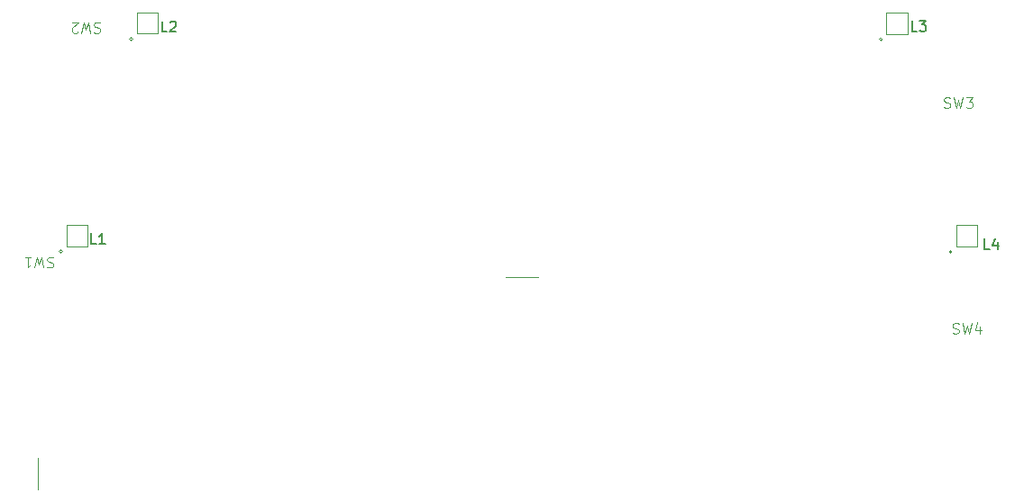
<source format=gbr>
%TF.GenerationSoftware,KiCad,Pcbnew,8.0.2*%
%TF.CreationDate,2024-11-29T16:24:00-08:00*%
%TF.ProjectId,procon_trigger_pcb,70726f63-6f6e-45f7-9472-69676765725f,rev?*%
%TF.SameCoordinates,Original*%
%TF.FileFunction,Legend,Top*%
%TF.FilePolarity,Positive*%
%FSLAX46Y46*%
G04 Gerber Fmt 4.6, Leading zero omitted, Abs format (unit mm)*
G04 Created by KiCad (PCBNEW 8.0.2) date 2024-11-29 16:24:00*
%MOMM*%
%LPD*%
G01*
G04 APERTURE LIST*
%ADD10C,0.120000*%
%ADD11C,0.150000*%
%ADD12C,0.100000*%
G04 APERTURE END LIST*
D10*
X182620000Y-157810000D02*
X182620000Y-160810000D01*
X229620000Y-140830000D02*
X226620000Y-140830000D01*
D11*
X265213333Y-117694819D02*
X264737143Y-117694819D01*
X264737143Y-117694819D02*
X264737143Y-116694819D01*
X265451429Y-116694819D02*
X266070476Y-116694819D01*
X266070476Y-116694819D02*
X265737143Y-117075771D01*
X265737143Y-117075771D02*
X265880000Y-117075771D01*
X265880000Y-117075771D02*
X265975238Y-117123390D01*
X265975238Y-117123390D02*
X266022857Y-117171009D01*
X266022857Y-117171009D02*
X266070476Y-117266247D01*
X266070476Y-117266247D02*
X266070476Y-117504342D01*
X266070476Y-117504342D02*
X266022857Y-117599580D01*
X266022857Y-117599580D02*
X265975238Y-117647200D01*
X265975238Y-117647200D02*
X265880000Y-117694819D01*
X265880000Y-117694819D02*
X265594286Y-117694819D01*
X265594286Y-117694819D02*
X265499048Y-117647200D01*
X265499048Y-117647200D02*
X265451429Y-117599580D01*
D12*
X268566667Y-146104000D02*
X268709524Y-146151619D01*
X268709524Y-146151619D02*
X268947619Y-146151619D01*
X268947619Y-146151619D02*
X269042857Y-146104000D01*
X269042857Y-146104000D02*
X269090476Y-146056380D01*
X269090476Y-146056380D02*
X269138095Y-145961142D01*
X269138095Y-145961142D02*
X269138095Y-145865904D01*
X269138095Y-145865904D02*
X269090476Y-145770666D01*
X269090476Y-145770666D02*
X269042857Y-145723047D01*
X269042857Y-145723047D02*
X268947619Y-145675428D01*
X268947619Y-145675428D02*
X268757143Y-145627809D01*
X268757143Y-145627809D02*
X268661905Y-145580190D01*
X268661905Y-145580190D02*
X268614286Y-145532571D01*
X268614286Y-145532571D02*
X268566667Y-145437333D01*
X268566667Y-145437333D02*
X268566667Y-145342095D01*
X268566667Y-145342095D02*
X268614286Y-145246857D01*
X268614286Y-145246857D02*
X268661905Y-145199238D01*
X268661905Y-145199238D02*
X268757143Y-145151619D01*
X268757143Y-145151619D02*
X268995238Y-145151619D01*
X268995238Y-145151619D02*
X269138095Y-145199238D01*
X269471429Y-145151619D02*
X269709524Y-146151619D01*
X269709524Y-146151619D02*
X269900000Y-145437333D01*
X269900000Y-145437333D02*
X270090476Y-146151619D01*
X270090476Y-146151619D02*
X270328572Y-145151619D01*
X271138095Y-145484952D02*
X271138095Y-146151619D01*
X270900000Y-145104000D02*
X270661905Y-145818285D01*
X270661905Y-145818285D02*
X271280952Y-145818285D01*
D11*
X272013333Y-138204819D02*
X271537143Y-138204819D01*
X271537143Y-138204819D02*
X271537143Y-137204819D01*
X272775238Y-137538152D02*
X272775238Y-138204819D01*
X272537143Y-137157200D02*
X272299048Y-137871485D01*
X272299048Y-137871485D02*
X272918095Y-137871485D01*
D12*
X184093332Y-138980200D02*
X183950475Y-138932580D01*
X183950475Y-138932580D02*
X183712380Y-138932580D01*
X183712380Y-138932580D02*
X183617142Y-138980200D01*
X183617142Y-138980200D02*
X183569523Y-139027819D01*
X183569523Y-139027819D02*
X183521904Y-139123057D01*
X183521904Y-139123057D02*
X183521904Y-139218295D01*
X183521904Y-139218295D02*
X183569523Y-139313533D01*
X183569523Y-139313533D02*
X183617142Y-139361152D01*
X183617142Y-139361152D02*
X183712380Y-139408771D01*
X183712380Y-139408771D02*
X183902856Y-139456390D01*
X183902856Y-139456390D02*
X183998094Y-139504009D01*
X183998094Y-139504009D02*
X184045713Y-139551628D01*
X184045713Y-139551628D02*
X184093332Y-139646866D01*
X184093332Y-139646866D02*
X184093332Y-139742104D01*
X184093332Y-139742104D02*
X184045713Y-139837342D01*
X184045713Y-139837342D02*
X183998094Y-139884961D01*
X183998094Y-139884961D02*
X183902856Y-139932580D01*
X183902856Y-139932580D02*
X183664761Y-139932580D01*
X183664761Y-139932580D02*
X183521904Y-139884961D01*
X183188570Y-139932580D02*
X182950475Y-138932580D01*
X182950475Y-138932580D02*
X182759999Y-139646866D01*
X182759999Y-139646866D02*
X182569523Y-138932580D01*
X182569523Y-138932580D02*
X182331428Y-139932580D01*
X181426666Y-138932580D02*
X181998094Y-138932580D01*
X181712380Y-138932580D02*
X181712380Y-139932580D01*
X181712380Y-139932580D02*
X181807618Y-139789723D01*
X181807618Y-139789723D02*
X181902856Y-139694485D01*
X181902856Y-139694485D02*
X181998094Y-139646866D01*
X267761667Y-124854000D02*
X267904524Y-124901619D01*
X267904524Y-124901619D02*
X268142619Y-124901619D01*
X268142619Y-124901619D02*
X268237857Y-124854000D01*
X268237857Y-124854000D02*
X268285476Y-124806380D01*
X268285476Y-124806380D02*
X268333095Y-124711142D01*
X268333095Y-124711142D02*
X268333095Y-124615904D01*
X268333095Y-124615904D02*
X268285476Y-124520666D01*
X268285476Y-124520666D02*
X268237857Y-124473047D01*
X268237857Y-124473047D02*
X268142619Y-124425428D01*
X268142619Y-124425428D02*
X267952143Y-124377809D01*
X267952143Y-124377809D02*
X267856905Y-124330190D01*
X267856905Y-124330190D02*
X267809286Y-124282571D01*
X267809286Y-124282571D02*
X267761667Y-124187333D01*
X267761667Y-124187333D02*
X267761667Y-124092095D01*
X267761667Y-124092095D02*
X267809286Y-123996857D01*
X267809286Y-123996857D02*
X267856905Y-123949238D01*
X267856905Y-123949238D02*
X267952143Y-123901619D01*
X267952143Y-123901619D02*
X268190238Y-123901619D01*
X268190238Y-123901619D02*
X268333095Y-123949238D01*
X268666429Y-123901619D02*
X268904524Y-124901619D01*
X268904524Y-124901619D02*
X269095000Y-124187333D01*
X269095000Y-124187333D02*
X269285476Y-124901619D01*
X269285476Y-124901619D02*
X269523572Y-123901619D01*
X269809286Y-123901619D02*
X270428333Y-123901619D01*
X270428333Y-123901619D02*
X270095000Y-124282571D01*
X270095000Y-124282571D02*
X270237857Y-124282571D01*
X270237857Y-124282571D02*
X270333095Y-124330190D01*
X270333095Y-124330190D02*
X270380714Y-124377809D01*
X270380714Y-124377809D02*
X270428333Y-124473047D01*
X270428333Y-124473047D02*
X270428333Y-124711142D01*
X270428333Y-124711142D02*
X270380714Y-124806380D01*
X270380714Y-124806380D02*
X270333095Y-124854000D01*
X270333095Y-124854000D02*
X270237857Y-124901619D01*
X270237857Y-124901619D02*
X269952143Y-124901619D01*
X269952143Y-124901619D02*
X269856905Y-124854000D01*
X269856905Y-124854000D02*
X269809286Y-124806380D01*
D11*
X188123333Y-137704819D02*
X187647143Y-137704819D01*
X187647143Y-137704819D02*
X187647143Y-136704819D01*
X188980476Y-137704819D02*
X188409048Y-137704819D01*
X188694762Y-137704819D02*
X188694762Y-136704819D01*
X188694762Y-136704819D02*
X188599524Y-136847676D01*
X188599524Y-136847676D02*
X188504286Y-136942914D01*
X188504286Y-136942914D02*
X188409048Y-136990533D01*
D12*
X188493332Y-116890200D02*
X188350475Y-116842580D01*
X188350475Y-116842580D02*
X188112380Y-116842580D01*
X188112380Y-116842580D02*
X188017142Y-116890200D01*
X188017142Y-116890200D02*
X187969523Y-116937819D01*
X187969523Y-116937819D02*
X187921904Y-117033057D01*
X187921904Y-117033057D02*
X187921904Y-117128295D01*
X187921904Y-117128295D02*
X187969523Y-117223533D01*
X187969523Y-117223533D02*
X188017142Y-117271152D01*
X188017142Y-117271152D02*
X188112380Y-117318771D01*
X188112380Y-117318771D02*
X188302856Y-117366390D01*
X188302856Y-117366390D02*
X188398094Y-117414009D01*
X188398094Y-117414009D02*
X188445713Y-117461628D01*
X188445713Y-117461628D02*
X188493332Y-117556866D01*
X188493332Y-117556866D02*
X188493332Y-117652104D01*
X188493332Y-117652104D02*
X188445713Y-117747342D01*
X188445713Y-117747342D02*
X188398094Y-117794961D01*
X188398094Y-117794961D02*
X188302856Y-117842580D01*
X188302856Y-117842580D02*
X188064761Y-117842580D01*
X188064761Y-117842580D02*
X187921904Y-117794961D01*
X187588570Y-117842580D02*
X187350475Y-116842580D01*
X187350475Y-116842580D02*
X187159999Y-117556866D01*
X187159999Y-117556866D02*
X186969523Y-116842580D01*
X186969523Y-116842580D02*
X186731428Y-117842580D01*
X186398094Y-117747342D02*
X186350475Y-117794961D01*
X186350475Y-117794961D02*
X186255237Y-117842580D01*
X186255237Y-117842580D02*
X186017142Y-117842580D01*
X186017142Y-117842580D02*
X185921904Y-117794961D01*
X185921904Y-117794961D02*
X185874285Y-117747342D01*
X185874285Y-117747342D02*
X185826666Y-117652104D01*
X185826666Y-117652104D02*
X185826666Y-117556866D01*
X185826666Y-117556866D02*
X185874285Y-117414009D01*
X185874285Y-117414009D02*
X186445713Y-116842580D01*
X186445713Y-116842580D02*
X185826666Y-116842580D01*
D11*
X194763333Y-117744819D02*
X194287143Y-117744819D01*
X194287143Y-117744819D02*
X194287143Y-116744819D01*
X195049048Y-116840057D02*
X195096667Y-116792438D01*
X195096667Y-116792438D02*
X195191905Y-116744819D01*
X195191905Y-116744819D02*
X195430000Y-116744819D01*
X195430000Y-116744819D02*
X195525238Y-116792438D01*
X195525238Y-116792438D02*
X195572857Y-116840057D01*
X195572857Y-116840057D02*
X195620476Y-116935295D01*
X195620476Y-116935295D02*
X195620476Y-117030533D01*
X195620476Y-117030533D02*
X195572857Y-117173390D01*
X195572857Y-117173390D02*
X195001429Y-117744819D01*
X195001429Y-117744819D02*
X195620476Y-117744819D01*
D10*
%TO.C,L3*%
X262345000Y-115935000D02*
X264345000Y-115935000D01*
X262345000Y-117935000D02*
X262345000Y-115935000D01*
X264345000Y-115935000D02*
X264345000Y-117935000D01*
X264345000Y-117935000D02*
X262345000Y-117935000D01*
X261972734Y-118459000D02*
G75*
G02*
X261669266Y-118459000I-151734J0D01*
G01*
X261669266Y-118459000D02*
G75*
G02*
X261972734Y-118459000I151734J0D01*
G01*
%TO.C,L4*%
X268900000Y-135935000D02*
X270900000Y-135935000D01*
X268900000Y-137935000D02*
X268900000Y-135935000D01*
X270900000Y-135935000D02*
X270900000Y-137935000D01*
X270900000Y-137935000D02*
X268900000Y-137935000D01*
X268527734Y-138459000D02*
G75*
G02*
X268224266Y-138459000I-151734J0D01*
G01*
X268224266Y-138459000D02*
G75*
G02*
X268527734Y-138459000I151734J0D01*
G01*
%TO.C,L1*%
X185325000Y-135910000D02*
X187325000Y-135910000D01*
X185325000Y-137910000D02*
X185325000Y-135910000D01*
X187325000Y-135910000D02*
X187325000Y-137910000D01*
X187325000Y-137910000D02*
X185325000Y-137910000D01*
X184952734Y-138434000D02*
G75*
G02*
X184649266Y-138434000I-151734J0D01*
G01*
X184649266Y-138434000D02*
G75*
G02*
X184952734Y-138434000I151734J0D01*
G01*
%TO.C,L2*%
X191925000Y-115915000D02*
X193925000Y-115915000D01*
X191925000Y-117915000D02*
X191925000Y-115915000D01*
X193925000Y-115915000D02*
X193925000Y-117915000D01*
X193925000Y-117915000D02*
X191925000Y-117915000D01*
X191552734Y-118439000D02*
G75*
G02*
X191249266Y-118439000I-151734J0D01*
G01*
X191249266Y-118439000D02*
G75*
G02*
X191552734Y-118439000I151734J0D01*
G01*
%TD*%
M02*

</source>
